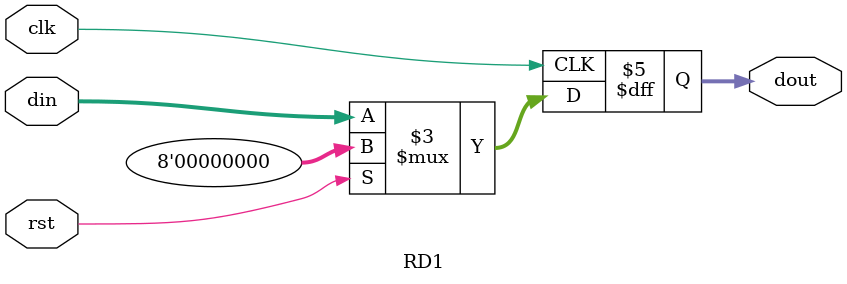
<source format=sv>
module RD1 #(parameter DW=8)(
  input clk, input rst,
  input [DW-1:0] din,
  output reg [DW-1:0] dout
);
always @(posedge clk) begin
  if (rst) dout <= 0;
  else     dout <= din;
end
endmodule

</source>
